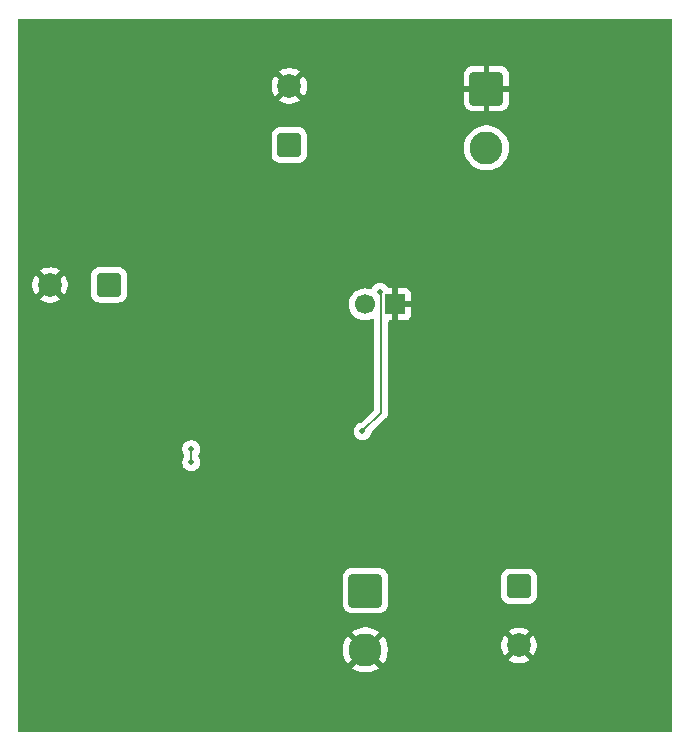
<source format=gbr>
%TF.GenerationSoftware,KiCad,Pcbnew,9.0.6*%
%TF.CreationDate,2026-01-24T10:26:07+01:00*%
%TF.ProjectId,Protection,50726f74-6563-4746-996f-6e2e6b696361,rev?*%
%TF.SameCoordinates,Original*%
%TF.FileFunction,Copper,L4,Bot*%
%TF.FilePolarity,Positive*%
%FSLAX46Y46*%
G04 Gerber Fmt 4.6, Leading zero omitted, Abs format (unit mm)*
G04 Created by KiCad (PCBNEW 9.0.6) date 2026-01-24 10:26:07*
%MOMM*%
%LPD*%
G01*
G04 APERTURE LIST*
G04 Aperture macros list*
%AMRoundRect*
0 Rectangle with rounded corners*
0 $1 Rounding radius*
0 $2 $3 $4 $5 $6 $7 $8 $9 X,Y pos of 4 corners*
0 Add a 4 corners polygon primitive as box body*
4,1,4,$2,$3,$4,$5,$6,$7,$8,$9,$2,$3,0*
0 Add four circle primitives for the rounded corners*
1,1,$1+$1,$2,$3*
1,1,$1+$1,$4,$5*
1,1,$1+$1,$6,$7*
1,1,$1+$1,$8,$9*
0 Add four rect primitives between the rounded corners*
20,1,$1+$1,$2,$3,$4,$5,0*
20,1,$1+$1,$4,$5,$6,$7,0*
20,1,$1+$1,$6,$7,$8,$9,0*
20,1,$1+$1,$8,$9,$2,$3,0*%
G04 Aperture macros list end*
%TA.AperFunction,ComponentPad*%
%ADD10RoundRect,0.250000X-0.750000X0.750000X-0.750000X-0.750000X0.750000X-0.750000X0.750000X0.750000X0*%
%TD*%
%TA.AperFunction,ComponentPad*%
%ADD11C,2.000000*%
%TD*%
%TA.AperFunction,ComponentPad*%
%ADD12RoundRect,0.250000X0.750000X0.750000X-0.750000X0.750000X-0.750000X-0.750000X0.750000X-0.750000X0*%
%TD*%
%TA.AperFunction,ComponentPad*%
%ADD13RoundRect,0.250001X-1.149999X1.149999X-1.149999X-1.149999X1.149999X-1.149999X1.149999X1.149999X0*%
%TD*%
%TA.AperFunction,ComponentPad*%
%ADD14C,2.800000*%
%TD*%
%TA.AperFunction,ComponentPad*%
%ADD15RoundRect,0.250000X0.750000X-0.750000X0.750000X0.750000X-0.750000X0.750000X-0.750000X-0.750000X0*%
%TD*%
%TA.AperFunction,ComponentPad*%
%ADD16R,1.700000X1.700000*%
%TD*%
%TA.AperFunction,ComponentPad*%
%ADD17C,1.700000*%
%TD*%
%TA.AperFunction,ViaPad*%
%ADD18C,0.800000*%
%TD*%
%TA.AperFunction,ViaPad*%
%ADD19C,0.500000*%
%TD*%
%TA.AperFunction,Conductor*%
%ADD20C,0.200000*%
%TD*%
G04 APERTURE END LIST*
D10*
%TO.P,C7,1*%
%TO.N,/OUT*%
X121750000Y-101382323D03*
D11*
%TO.P,C7,2*%
%TO.N,GND*%
X121750000Y-106382323D03*
%TD*%
D12*
%TO.P,C4,1*%
%TO.N,/VIN*%
X87040000Y-75850000D03*
D11*
%TO.P,C4,2*%
%TO.N,GND*%
X82040000Y-75850000D03*
%TD*%
D13*
%TO.P,J1,1,Pin_1*%
%TO.N,GND*%
X119000000Y-59250000D03*
D14*
%TO.P,J1,2,Pin_2*%
%TO.N,/VIN_74700*%
X119000000Y-64250000D03*
%TD*%
D15*
%TO.P,C1,1*%
%TO.N,/VIN_74700*%
X102300000Y-64000000D03*
D11*
%TO.P,C1,2*%
%TO.N,GND*%
X102300000Y-59000000D03*
%TD*%
D13*
%TO.P,J3,1,Pin_1*%
%TO.N,/OUT*%
X108750000Y-101750000D03*
D14*
%TO.P,J3,2,Pin_2*%
%TO.N,GND*%
X108750000Y-106750000D03*
%TD*%
D16*
%TO.P,J2,1,Pin_1*%
%TO.N,GND*%
X111240000Y-77500000D03*
D17*
%TO.P,J2,2,Pin_2*%
%TO.N,Net-(J2-Pin_2)*%
X108700000Y-77500000D03*
%TD*%
D18*
%TO.N,GND*%
X82000000Y-74000000D03*
X87000000Y-59000000D03*
X113500000Y-77750000D03*
X126000000Y-74000000D03*
X124000000Y-60000000D03*
X130000000Y-68000000D03*
X83000000Y-98000000D03*
X122000000Y-78000000D03*
X85000000Y-59000000D03*
X81000000Y-55000000D03*
X130000000Y-62000000D03*
X83000000Y-100000000D03*
X134000000Y-64000000D03*
X95000000Y-106000000D03*
X126000000Y-62000000D03*
X101000000Y-96000000D03*
X91000000Y-102000000D03*
X128000000Y-72000000D03*
X93000000Y-106000000D03*
X83000000Y-96000000D03*
X89000000Y-57000000D03*
X81000000Y-61000000D03*
X120000000Y-72000000D03*
X103000000Y-110000000D03*
X83000000Y-94000000D03*
X83000000Y-59000000D03*
X121317500Y-59440000D03*
X126000000Y-56000000D03*
X113500000Y-78750000D03*
X114000000Y-74000000D03*
X83000000Y-63000000D03*
X126000000Y-76000000D03*
D19*
X101700000Y-90100000D03*
D18*
X102250000Y-56250000D03*
X101000000Y-108000000D03*
X87000000Y-102000000D03*
X83000000Y-57000000D03*
X124000000Y-78000000D03*
X132000000Y-68000000D03*
X108000000Y-72000000D03*
X97000000Y-112000000D03*
X114000000Y-70000000D03*
X120750000Y-108250000D03*
X110000000Y-72000000D03*
X85000000Y-102000000D03*
X118000000Y-74000000D03*
X126000000Y-64000000D03*
X97000000Y-102000000D03*
X128000000Y-70000000D03*
X116000000Y-70000000D03*
X93000000Y-104000000D03*
X124000000Y-64000000D03*
X134000000Y-62000000D03*
X97000000Y-104000000D03*
X83000000Y-92000000D03*
X87000000Y-98000000D03*
X81000000Y-59000000D03*
X95000000Y-102000000D03*
X89000000Y-59000000D03*
D19*
X101700000Y-89100000D03*
D18*
X99000000Y-102000000D03*
X132000000Y-110000000D03*
X130000000Y-70000000D03*
X91000000Y-98000000D03*
X126000000Y-72000000D03*
D19*
X88500000Y-93500000D03*
D18*
X81250000Y-86500000D03*
X121317500Y-60440000D03*
X122000000Y-70000000D03*
X93000000Y-102000000D03*
X81250000Y-84500000D03*
X128000000Y-66000000D03*
X93000000Y-96000000D03*
X128000000Y-76000000D03*
X110500000Y-57750000D03*
X101000000Y-110000000D03*
X122000000Y-72000000D03*
X99000000Y-110000000D03*
X131000000Y-110000000D03*
X134000000Y-58000000D03*
X85000000Y-94000000D03*
X120000000Y-76000000D03*
X111500000Y-57750000D03*
X97000000Y-96000000D03*
X126000000Y-66000000D03*
D19*
X105000000Y-94500000D03*
D18*
X126000000Y-70000000D03*
X85000000Y-100000000D03*
X128000000Y-68000000D03*
X103000000Y-100000000D03*
X95000000Y-100000000D03*
X89000000Y-98000000D03*
D19*
X92300000Y-62900000D03*
D18*
X85000000Y-61000000D03*
X97000000Y-110000000D03*
D19*
X108250000Y-84250000D03*
D18*
X81000000Y-98000000D03*
X124000000Y-74000000D03*
X103000000Y-108000000D03*
X112000000Y-70000000D03*
X134000000Y-76000000D03*
X128000000Y-64000000D03*
X122000000Y-74000000D03*
X97000000Y-106000000D03*
X128000000Y-60000000D03*
D19*
X83460000Y-82150000D03*
D18*
X110000000Y-74000000D03*
X126000000Y-60000000D03*
X112000000Y-74000000D03*
X85000000Y-96000000D03*
X83000000Y-74000000D03*
X132000000Y-76000000D03*
X116000000Y-78000000D03*
X89000000Y-63000000D03*
X134000000Y-70000000D03*
X130000000Y-72000000D03*
X85000000Y-92000000D03*
X83000000Y-61000000D03*
X116000000Y-72000000D03*
X103000000Y-106000000D03*
X93000000Y-108000000D03*
X130000000Y-64000000D03*
X83000000Y-90000000D03*
X99000000Y-100000000D03*
X101000000Y-104000000D03*
X97000000Y-100000000D03*
D19*
X91750000Y-57250000D03*
D18*
X87000000Y-100000000D03*
X87000000Y-57000000D03*
D19*
X101700000Y-91000000D03*
D18*
X120000000Y-70000000D03*
X124000000Y-76000000D03*
X134000000Y-56000000D03*
D19*
X93000000Y-62900000D03*
D18*
X83000000Y-102000000D03*
X81000000Y-96000000D03*
X122750000Y-108250000D03*
X112000000Y-72000000D03*
X120000000Y-78000000D03*
X101250000Y-56250000D03*
X132000000Y-74000000D03*
X81000000Y-100000000D03*
X101000000Y-98000000D03*
X99000000Y-98000000D03*
X118000000Y-72000000D03*
X118000000Y-78000000D03*
X132000000Y-78000000D03*
X95000000Y-96000000D03*
X85000000Y-57000000D03*
X124000000Y-68000000D03*
X111250000Y-106750000D03*
D19*
X99250000Y-91500000D03*
D18*
X97000000Y-98000000D03*
X87000000Y-92000000D03*
X114000000Y-72000000D03*
X126000000Y-58000000D03*
X130000000Y-66000000D03*
X93000000Y-100000000D03*
X132000000Y-60000000D03*
X132000000Y-64000000D03*
X108000000Y-74000000D03*
X113500000Y-76750000D03*
X116000000Y-74000000D03*
X132000000Y-66000000D03*
X85000000Y-98000000D03*
X116000000Y-76000000D03*
X95000000Y-112000000D03*
X87000000Y-94000000D03*
X124000000Y-62000000D03*
X83000000Y-55000000D03*
X89000000Y-100000000D03*
X95000000Y-110000000D03*
X132000000Y-56000000D03*
X130000000Y-78000000D03*
X81000000Y-102000000D03*
X87000000Y-96000000D03*
D19*
X93500000Y-60500000D03*
D18*
X101000000Y-102000000D03*
X118000000Y-76000000D03*
X99000000Y-112000000D03*
X110000000Y-70000000D03*
X87000000Y-63000000D03*
D19*
X100700000Y-89100000D03*
D18*
X134000000Y-72000000D03*
X111250000Y-107750000D03*
X121317500Y-58440000D03*
X124000000Y-56000000D03*
X87000000Y-55000000D03*
X108000000Y-70000000D03*
X89000000Y-96000000D03*
X128000000Y-56000000D03*
X128000000Y-62000000D03*
D19*
X97250000Y-94500000D03*
D18*
X126000000Y-78000000D03*
X103000000Y-112000000D03*
X93000000Y-98000000D03*
X93000000Y-112000000D03*
D19*
X115000000Y-105500000D03*
D18*
X134000000Y-78000000D03*
X99000000Y-108000000D03*
X85000000Y-90000000D03*
D19*
X105000000Y-82250000D03*
D18*
X132000000Y-62000000D03*
X124000000Y-58000000D03*
X130000000Y-56000000D03*
X89000000Y-102000000D03*
D19*
X107000000Y-92000000D03*
D18*
X134000000Y-60000000D03*
X89000000Y-61000000D03*
X134000000Y-66000000D03*
X91000000Y-100000000D03*
X111250000Y-105750000D03*
X99000000Y-106000000D03*
X130000000Y-110000000D03*
X130000000Y-60000000D03*
X103250000Y-56250000D03*
X124000000Y-66000000D03*
X103000000Y-98000000D03*
X130000000Y-58000000D03*
X95000000Y-104000000D03*
X128000000Y-74000000D03*
X85000000Y-63000000D03*
X126000000Y-68000000D03*
X132000000Y-72000000D03*
X118000000Y-70000000D03*
X103000000Y-104000000D03*
X91000000Y-96000000D03*
X132000000Y-70000000D03*
X101000000Y-112000000D03*
X87000000Y-90000000D03*
X81000000Y-63000000D03*
X93000000Y-110000000D03*
X95000000Y-98000000D03*
X130000000Y-74000000D03*
X124000000Y-72000000D03*
X112500000Y-57750000D03*
D19*
X101750000Y-81500000D03*
D18*
X99000000Y-96000000D03*
X81000000Y-74000000D03*
X85000000Y-55000000D03*
X81000000Y-92000000D03*
X101000000Y-106000000D03*
X89000000Y-55000000D03*
X122000000Y-76000000D03*
X120000000Y-74000000D03*
X124000000Y-70000000D03*
X81000000Y-57000000D03*
X95000000Y-108000000D03*
X132000000Y-58000000D03*
X128000000Y-78000000D03*
D19*
X100700000Y-90100000D03*
D18*
X121750000Y-108250000D03*
X101000000Y-100000000D03*
X128000000Y-58000000D03*
X81250000Y-85500000D03*
X134000000Y-68000000D03*
X99000000Y-104000000D03*
X103000000Y-102000000D03*
X87000000Y-61000000D03*
X81000000Y-94000000D03*
D19*
X100700000Y-91000000D03*
D18*
X81000000Y-90000000D03*
X97000000Y-108000000D03*
X134000000Y-74000000D03*
X130000000Y-76000000D03*
D19*
%TO.N,Net-(J2-Pin_2)*%
X109987239Y-76449288D03*
X108500000Y-88250000D03*
%TO.N,Net-(R5-Pad2)*%
X94000000Y-90876000D03*
X94000000Y-89750000D03*
%TD*%
D20*
%TO.N,Net-(J2-Pin_2)*%
X110089000Y-76551049D02*
X110089000Y-86661000D01*
X109987239Y-76449288D02*
X110089000Y-76551049D01*
X110089000Y-86661000D02*
X108500000Y-88250000D01*
%TO.N,Net-(R5-Pad2)*%
X94000000Y-90876000D02*
X94000000Y-89750000D01*
%TD*%
%TA.AperFunction,Conductor*%
%TO.N,GND*%
G36*
X134642539Y-53320185D02*
G01*
X134688294Y-53372989D01*
X134699500Y-53424500D01*
X134699500Y-113575500D01*
X134679815Y-113642539D01*
X134627011Y-113688294D01*
X134575500Y-113699500D01*
X79424500Y-113699500D01*
X79357461Y-113679815D01*
X79311706Y-113627011D01*
X79300500Y-113575500D01*
X79300500Y-106625466D01*
X106850000Y-106625466D01*
X106850000Y-106874533D01*
X106882508Y-107121463D01*
X106946973Y-107362049D01*
X107042283Y-107592148D01*
X107042288Y-107592159D01*
X107166813Y-107807841D01*
X107166819Y-107807849D01*
X107241400Y-107905045D01*
X108148958Y-106997487D01*
X108173978Y-107057890D01*
X108245112Y-107164351D01*
X108335649Y-107254888D01*
X108442110Y-107326022D01*
X108502511Y-107351041D01*
X107594953Y-108258598D01*
X107692150Y-108333180D01*
X107692158Y-108333186D01*
X107907840Y-108457711D01*
X107907851Y-108457716D01*
X108137950Y-108553026D01*
X108378536Y-108617491D01*
X108625466Y-108650000D01*
X108874534Y-108650000D01*
X109121463Y-108617491D01*
X109362049Y-108553026D01*
X109592148Y-108457716D01*
X109592159Y-108457711D01*
X109807855Y-108333178D01*
X109905045Y-108258600D01*
X109905045Y-108258597D01*
X108997488Y-107351041D01*
X109057890Y-107326022D01*
X109164351Y-107254888D01*
X109254888Y-107164351D01*
X109326022Y-107057890D01*
X109351041Y-106997489D01*
X110258597Y-107905045D01*
X110258600Y-107905045D01*
X110333178Y-107807855D01*
X110457711Y-107592159D01*
X110457719Y-107592143D01*
X110491632Y-107510270D01*
X110491632Y-107510269D01*
X110553026Y-107362049D01*
X110617491Y-107121463D01*
X110650000Y-106874533D01*
X110650000Y-106625466D01*
X110617491Y-106378534D01*
X110594168Y-106291491D01*
X110586874Y-106264270D01*
X120250000Y-106264270D01*
X120250000Y-106500375D01*
X120286934Y-106733570D01*
X120359897Y-106958125D01*
X120467087Y-107168497D01*
X120527338Y-107251427D01*
X120527340Y-107251428D01*
X121267037Y-106511731D01*
X121284075Y-106575316D01*
X121349901Y-106689330D01*
X121442993Y-106782422D01*
X121557007Y-106848248D01*
X121620590Y-106865285D01*
X120880893Y-107604981D01*
X120963828Y-107665237D01*
X121174197Y-107772425D01*
X121398752Y-107845388D01*
X121398751Y-107845388D01*
X121631948Y-107882323D01*
X121868052Y-107882323D01*
X122101247Y-107845388D01*
X122325802Y-107772425D01*
X122536163Y-107665241D01*
X122536169Y-107665237D01*
X122619104Y-107604981D01*
X122619105Y-107604981D01*
X121879408Y-106865285D01*
X121942993Y-106848248D01*
X122057007Y-106782422D01*
X122150099Y-106689330D01*
X122215925Y-106575316D01*
X122232962Y-106511731D01*
X122972658Y-107251428D01*
X122972658Y-107251427D01*
X123032914Y-107168492D01*
X123032918Y-107168486D01*
X123140102Y-106958125D01*
X123213065Y-106733570D01*
X123250000Y-106500375D01*
X123250000Y-106264270D01*
X123213065Y-106031075D01*
X123140102Y-105806520D01*
X123032914Y-105596151D01*
X122972658Y-105513217D01*
X122972658Y-105513216D01*
X122232962Y-106252913D01*
X122215925Y-106189330D01*
X122150099Y-106075316D01*
X122057007Y-105982224D01*
X121942993Y-105916398D01*
X121879409Y-105899360D01*
X122619105Y-105159663D01*
X122619104Y-105159661D01*
X122536174Y-105099410D01*
X122325802Y-104992220D01*
X122101247Y-104919257D01*
X122101248Y-104919257D01*
X121868052Y-104882323D01*
X121631948Y-104882323D01*
X121398752Y-104919257D01*
X121174197Y-104992220D01*
X120963830Y-105099407D01*
X120880894Y-105159663D01*
X121620591Y-105899360D01*
X121557007Y-105916398D01*
X121442993Y-105982224D01*
X121349901Y-106075316D01*
X121284075Y-106189330D01*
X121267037Y-106252914D01*
X120527340Y-105513217D01*
X120467084Y-105596153D01*
X120359897Y-105806520D01*
X120286934Y-106031075D01*
X120250000Y-106264270D01*
X110586874Y-106264270D01*
X110553026Y-106137950D01*
X110457716Y-105907851D01*
X110457711Y-105907840D01*
X110333186Y-105692158D01*
X110333180Y-105692150D01*
X110258598Y-105594953D01*
X109351041Y-106502510D01*
X109326022Y-106442110D01*
X109254888Y-106335649D01*
X109164351Y-106245112D01*
X109057890Y-106173978D01*
X108997487Y-106148957D01*
X109905045Y-105241400D01*
X109807849Y-105166819D01*
X109807841Y-105166813D01*
X109592159Y-105042288D01*
X109592148Y-105042283D01*
X109362049Y-104946973D01*
X109121463Y-104882508D01*
X108874534Y-104850000D01*
X108625466Y-104850000D01*
X108378536Y-104882508D01*
X108137950Y-104946973D01*
X107907851Y-105042283D01*
X107907847Y-105042285D01*
X107692143Y-105166823D01*
X107594953Y-105241399D01*
X107594953Y-105241400D01*
X108502511Y-106148958D01*
X108442110Y-106173978D01*
X108335649Y-106245112D01*
X108245112Y-106335649D01*
X108173978Y-106442110D01*
X108148958Y-106502511D01*
X107241400Y-105594953D01*
X107241399Y-105594953D01*
X107166823Y-105692143D01*
X107042285Y-105907847D01*
X107042283Y-105907851D01*
X106946973Y-106137950D01*
X106882508Y-106378536D01*
X106850000Y-106625466D01*
X79300500Y-106625466D01*
X79300500Y-100549984D01*
X106849500Y-100549984D01*
X106849500Y-102950015D01*
X106860000Y-103052795D01*
X106860001Y-103052796D01*
X106915186Y-103219335D01*
X106915187Y-103219337D01*
X107007286Y-103368651D01*
X107007289Y-103368655D01*
X107131344Y-103492710D01*
X107131348Y-103492713D01*
X107280662Y-103584812D01*
X107280664Y-103584813D01*
X107280666Y-103584814D01*
X107447203Y-103639999D01*
X107549992Y-103650500D01*
X107549997Y-103650500D01*
X109950003Y-103650500D01*
X109950008Y-103650500D01*
X110052797Y-103639999D01*
X110219334Y-103584814D01*
X110368655Y-103492711D01*
X110492711Y-103368655D01*
X110584814Y-103219334D01*
X110639999Y-103052797D01*
X110650500Y-102950008D01*
X110650500Y-100582306D01*
X120249500Y-100582306D01*
X120249500Y-102182324D01*
X120249501Y-102182341D01*
X120260000Y-102285119D01*
X120260001Y-102285122D01*
X120315185Y-102451654D01*
X120315186Y-102451657D01*
X120407288Y-102600979D01*
X120531344Y-102725035D01*
X120680666Y-102817137D01*
X120847203Y-102872322D01*
X120949991Y-102882823D01*
X122550008Y-102882822D01*
X122652797Y-102872322D01*
X122819334Y-102817137D01*
X122968656Y-102725035D01*
X123092712Y-102600979D01*
X123184814Y-102451657D01*
X123239999Y-102285120D01*
X123250500Y-102182332D01*
X123250499Y-100582315D01*
X123239999Y-100479526D01*
X123184814Y-100312989D01*
X123092712Y-100163667D01*
X122968656Y-100039611D01*
X122819334Y-99947509D01*
X122652797Y-99892324D01*
X122652795Y-99892323D01*
X122550010Y-99881823D01*
X120949998Y-99881823D01*
X120949981Y-99881824D01*
X120847203Y-99892323D01*
X120847200Y-99892324D01*
X120680668Y-99947508D01*
X120680663Y-99947510D01*
X120531342Y-100039612D01*
X120407289Y-100163665D01*
X120315187Y-100312986D01*
X120315186Y-100312989D01*
X120260001Y-100479526D01*
X120260001Y-100479527D01*
X120260000Y-100479527D01*
X120249500Y-100582306D01*
X110650500Y-100582306D01*
X110650500Y-100549992D01*
X110639999Y-100447203D01*
X110584814Y-100280666D01*
X110512646Y-100163665D01*
X110492713Y-100131348D01*
X110492710Y-100131344D01*
X110368655Y-100007289D01*
X110368651Y-100007286D01*
X110219337Y-99915187D01*
X110219335Y-99915186D01*
X110118651Y-99881823D01*
X110052797Y-99860001D01*
X110052795Y-99860000D01*
X109950015Y-99849500D01*
X109950008Y-99849500D01*
X107549992Y-99849500D01*
X107549984Y-99849500D01*
X107447204Y-99860000D01*
X107447203Y-99860001D01*
X107280664Y-99915186D01*
X107280662Y-99915187D01*
X107131348Y-100007286D01*
X107131344Y-100007289D01*
X107007289Y-100131344D01*
X107007286Y-100131348D01*
X106915187Y-100280662D01*
X106915186Y-100280664D01*
X106860001Y-100447203D01*
X106860000Y-100447204D01*
X106849500Y-100549984D01*
X79300500Y-100549984D01*
X79300500Y-89823920D01*
X93249499Y-89823920D01*
X93278340Y-89968907D01*
X93278343Y-89968917D01*
X93334912Y-90105488D01*
X93334919Y-90105501D01*
X93378602Y-90170876D01*
X93384252Y-90188922D01*
X93394477Y-90204832D01*
X93398928Y-90235791D01*
X93399480Y-90237553D01*
X93399500Y-90239767D01*
X93399500Y-90386232D01*
X93379815Y-90453271D01*
X93378603Y-90455122D01*
X93334914Y-90520508D01*
X93278343Y-90657082D01*
X93278340Y-90657092D01*
X93249500Y-90802079D01*
X93249500Y-90802082D01*
X93249500Y-90949918D01*
X93249500Y-90949920D01*
X93249499Y-90949920D01*
X93278340Y-91094907D01*
X93278343Y-91094917D01*
X93334912Y-91231488D01*
X93334919Y-91231501D01*
X93417048Y-91354415D01*
X93417051Y-91354419D01*
X93521580Y-91458948D01*
X93521584Y-91458951D01*
X93644498Y-91541080D01*
X93644511Y-91541087D01*
X93781082Y-91597656D01*
X93781087Y-91597658D01*
X93781091Y-91597658D01*
X93781092Y-91597659D01*
X93926079Y-91626500D01*
X93926082Y-91626500D01*
X94073920Y-91626500D01*
X94171462Y-91607096D01*
X94218913Y-91597658D01*
X94355495Y-91541084D01*
X94478416Y-91458951D01*
X94582951Y-91354416D01*
X94665084Y-91231495D01*
X94721658Y-91094913D01*
X94750500Y-90949918D01*
X94750500Y-90802082D01*
X94750500Y-90802079D01*
X94721659Y-90657092D01*
X94721658Y-90657091D01*
X94721658Y-90657087D01*
X94665084Y-90520505D01*
X94621396Y-90455121D01*
X94615746Y-90437075D01*
X94605523Y-90421167D01*
X94601071Y-90390204D01*
X94600520Y-90388444D01*
X94600500Y-90386232D01*
X94600500Y-90239767D01*
X94620185Y-90172728D01*
X94621398Y-90170876D01*
X94665080Y-90105501D01*
X94665080Y-90105500D01*
X94665084Y-90105495D01*
X94721658Y-89968913D01*
X94750500Y-89823918D01*
X94750500Y-89676082D01*
X94750500Y-89676079D01*
X94721659Y-89531092D01*
X94721658Y-89531091D01*
X94721658Y-89531087D01*
X94721656Y-89531082D01*
X94665087Y-89394511D01*
X94665080Y-89394498D01*
X94582951Y-89271584D01*
X94582948Y-89271580D01*
X94478419Y-89167051D01*
X94478415Y-89167048D01*
X94355501Y-89084919D01*
X94355488Y-89084912D01*
X94218917Y-89028343D01*
X94218907Y-89028340D01*
X94073920Y-88999500D01*
X94073918Y-88999500D01*
X93926082Y-88999500D01*
X93926080Y-88999500D01*
X93781092Y-89028340D01*
X93781082Y-89028343D01*
X93644511Y-89084912D01*
X93644498Y-89084919D01*
X93521584Y-89167048D01*
X93521580Y-89167051D01*
X93417051Y-89271580D01*
X93417048Y-89271584D01*
X93334919Y-89394498D01*
X93334912Y-89394511D01*
X93278343Y-89531082D01*
X93278340Y-89531092D01*
X93249500Y-89676079D01*
X93249500Y-89676082D01*
X93249500Y-89823918D01*
X93249500Y-89823920D01*
X93249499Y-89823920D01*
X79300500Y-89823920D01*
X79300500Y-77393713D01*
X107349500Y-77393713D01*
X107349500Y-77606286D01*
X107382753Y-77816239D01*
X107448444Y-78018414D01*
X107544951Y-78207820D01*
X107669890Y-78379786D01*
X107820213Y-78530109D01*
X107992179Y-78655048D01*
X107992181Y-78655049D01*
X107992184Y-78655051D01*
X108181588Y-78751557D01*
X108383757Y-78817246D01*
X108593713Y-78850500D01*
X108593714Y-78850500D01*
X108806286Y-78850500D01*
X108806287Y-78850500D01*
X109016243Y-78817246D01*
X109218412Y-78751557D01*
X109308205Y-78705804D01*
X109376874Y-78692909D01*
X109441615Y-78719185D01*
X109481872Y-78776291D01*
X109488500Y-78816290D01*
X109488500Y-86360902D01*
X109468815Y-86427941D01*
X109452181Y-86448583D01*
X108421699Y-87479064D01*
X108360376Y-87512549D01*
X108358210Y-87513000D01*
X108281092Y-87528340D01*
X108281084Y-87528342D01*
X108144511Y-87584912D01*
X108144498Y-87584919D01*
X108021584Y-87667048D01*
X108021580Y-87667051D01*
X107917051Y-87771580D01*
X107917048Y-87771584D01*
X107834919Y-87894498D01*
X107834912Y-87894511D01*
X107778343Y-88031082D01*
X107778340Y-88031092D01*
X107749500Y-88176079D01*
X107749500Y-88176082D01*
X107749500Y-88323918D01*
X107749500Y-88323920D01*
X107749499Y-88323920D01*
X107778340Y-88468907D01*
X107778343Y-88468917D01*
X107834912Y-88605488D01*
X107834919Y-88605501D01*
X107917048Y-88728415D01*
X107917051Y-88728419D01*
X108021580Y-88832948D01*
X108021584Y-88832951D01*
X108144498Y-88915080D01*
X108144511Y-88915087D01*
X108281082Y-88971656D01*
X108281087Y-88971658D01*
X108281091Y-88971658D01*
X108281092Y-88971659D01*
X108426079Y-89000500D01*
X108426082Y-89000500D01*
X108573920Y-89000500D01*
X108671462Y-88981096D01*
X108718913Y-88971658D01*
X108855495Y-88915084D01*
X108978416Y-88832951D01*
X109082951Y-88728416D01*
X109165084Y-88605495D01*
X109221658Y-88468913D01*
X109236999Y-88391786D01*
X109269381Y-88329879D01*
X109270876Y-88328357D01*
X110447506Y-87151728D01*
X110447511Y-87151724D01*
X110457714Y-87141520D01*
X110457716Y-87141520D01*
X110569520Y-87029716D01*
X110648577Y-86892784D01*
X110689500Y-86740057D01*
X110689500Y-78974000D01*
X110709185Y-78906961D01*
X110761989Y-78861206D01*
X110813500Y-78850000D01*
X110990000Y-78850000D01*
X110990000Y-77933012D01*
X111047007Y-77965925D01*
X111174174Y-78000000D01*
X111305826Y-78000000D01*
X111432993Y-77965925D01*
X111490000Y-77933012D01*
X111490000Y-78850000D01*
X112137828Y-78850000D01*
X112137844Y-78849999D01*
X112197372Y-78843598D01*
X112197379Y-78843596D01*
X112332086Y-78793354D01*
X112332093Y-78793350D01*
X112447187Y-78707190D01*
X112447190Y-78707187D01*
X112533350Y-78592093D01*
X112533354Y-78592086D01*
X112583596Y-78457379D01*
X112583598Y-78457372D01*
X112589999Y-78397844D01*
X112590000Y-78397827D01*
X112590000Y-77750000D01*
X111673012Y-77750000D01*
X111705925Y-77692993D01*
X111740000Y-77565826D01*
X111740000Y-77434174D01*
X111705925Y-77307007D01*
X111673012Y-77250000D01*
X112590000Y-77250000D01*
X112590000Y-76602172D01*
X112589999Y-76602155D01*
X112583598Y-76542627D01*
X112583596Y-76542620D01*
X112533354Y-76407913D01*
X112533350Y-76407906D01*
X112447190Y-76292812D01*
X112447187Y-76292809D01*
X112332093Y-76206649D01*
X112332086Y-76206645D01*
X112197379Y-76156403D01*
X112197372Y-76156401D01*
X112137844Y-76150000D01*
X111490000Y-76150000D01*
X111490000Y-77066988D01*
X111432993Y-77034075D01*
X111305826Y-77000000D01*
X111174174Y-77000000D01*
X111047007Y-77034075D01*
X110990000Y-77066988D01*
X110990000Y-76150000D01*
X110756159Y-76150000D01*
X110689120Y-76130315D01*
X110653057Y-76094891D01*
X110570190Y-75970871D01*
X110465658Y-75866339D01*
X110465654Y-75866336D01*
X110342740Y-75784207D01*
X110342727Y-75784200D01*
X110206156Y-75727631D01*
X110206146Y-75727628D01*
X110061159Y-75698788D01*
X110061157Y-75698788D01*
X109913321Y-75698788D01*
X109913319Y-75698788D01*
X109768331Y-75727628D01*
X109768321Y-75727631D01*
X109631750Y-75784200D01*
X109631737Y-75784207D01*
X109508823Y-75866336D01*
X109508819Y-75866339D01*
X109404290Y-75970868D01*
X109404287Y-75970872D01*
X109322158Y-76093786D01*
X109322150Y-76093801D01*
X109297252Y-76153910D01*
X109253411Y-76208313D01*
X109187116Y-76230377D01*
X109144376Y-76224387D01*
X109016243Y-76182754D01*
X109016241Y-76182753D01*
X109016240Y-76182753D01*
X108853684Y-76157007D01*
X108806287Y-76149500D01*
X108593713Y-76149500D01*
X108546316Y-76157007D01*
X108383760Y-76182753D01*
X108181585Y-76248444D01*
X107992179Y-76344951D01*
X107820213Y-76469890D01*
X107669890Y-76620213D01*
X107544951Y-76792179D01*
X107448444Y-76981585D01*
X107382753Y-77183760D01*
X107349500Y-77393713D01*
X79300500Y-77393713D01*
X79300500Y-75731947D01*
X80540000Y-75731947D01*
X80540000Y-75968052D01*
X80576934Y-76201247D01*
X80649897Y-76425802D01*
X80757087Y-76636174D01*
X80817338Y-76719104D01*
X80817340Y-76719105D01*
X81557037Y-75979408D01*
X81574075Y-76042993D01*
X81639901Y-76157007D01*
X81732993Y-76250099D01*
X81847007Y-76315925D01*
X81910590Y-76332962D01*
X81170893Y-77072658D01*
X81253828Y-77132914D01*
X81464197Y-77240102D01*
X81688752Y-77313065D01*
X81688751Y-77313065D01*
X81921948Y-77350000D01*
X82158052Y-77350000D01*
X82391247Y-77313065D01*
X82615802Y-77240102D01*
X82826163Y-77132918D01*
X82826169Y-77132914D01*
X82909104Y-77072658D01*
X82909105Y-77072658D01*
X82169408Y-76332962D01*
X82232993Y-76315925D01*
X82347007Y-76250099D01*
X82440099Y-76157007D01*
X82505925Y-76042993D01*
X82522962Y-75979408D01*
X83262658Y-76719105D01*
X83262658Y-76719104D01*
X83322914Y-76636169D01*
X83322918Y-76636163D01*
X83430102Y-76425802D01*
X83503065Y-76201247D01*
X83540000Y-75968052D01*
X83540000Y-75731947D01*
X83503065Y-75498752D01*
X83430102Y-75274197D01*
X83342939Y-75103129D01*
X83342938Y-75103127D01*
X83322916Y-75063830D01*
X83312855Y-75049983D01*
X85539500Y-75049983D01*
X85539500Y-76650001D01*
X85539501Y-76650018D01*
X85550000Y-76752796D01*
X85550001Y-76752799D01*
X85605185Y-76919331D01*
X85605186Y-76919334D01*
X85697288Y-77068656D01*
X85821344Y-77192712D01*
X85970666Y-77284814D01*
X86137203Y-77339999D01*
X86239991Y-77350500D01*
X87840008Y-77350499D01*
X87942797Y-77339999D01*
X88109334Y-77284814D01*
X88110779Y-77283922D01*
X88111781Y-77283305D01*
X88111785Y-77283302D01*
X88258656Y-77192712D01*
X88382712Y-77068656D01*
X88474814Y-76919334D01*
X88529999Y-76752797D01*
X88540500Y-76650009D01*
X88540499Y-75049992D01*
X88533440Y-74980893D01*
X88529999Y-74947203D01*
X88529998Y-74947200D01*
X88474814Y-74780666D01*
X88382712Y-74631344D01*
X88258656Y-74507288D01*
X88109334Y-74415186D01*
X87942797Y-74360001D01*
X87942795Y-74360000D01*
X87840010Y-74349500D01*
X86239998Y-74349500D01*
X86239981Y-74349501D01*
X86137203Y-74360000D01*
X86137200Y-74360001D01*
X85970668Y-74415185D01*
X85970663Y-74415187D01*
X85821342Y-74507289D01*
X85697289Y-74631342D01*
X85605187Y-74780663D01*
X85605186Y-74780666D01*
X85550001Y-74947203D01*
X85550001Y-74947204D01*
X85550000Y-74947204D01*
X85539500Y-75049983D01*
X83312855Y-75049983D01*
X83262658Y-74980894D01*
X83262658Y-74980893D01*
X82522962Y-75720590D01*
X82505925Y-75657007D01*
X82440099Y-75542993D01*
X82347007Y-75449901D01*
X82232993Y-75384075D01*
X82169409Y-75367037D01*
X82909105Y-74627340D01*
X82909104Y-74627338D01*
X82826174Y-74567087D01*
X82615802Y-74459897D01*
X82391247Y-74386934D01*
X82391248Y-74386934D01*
X82158052Y-74350000D01*
X81921948Y-74350000D01*
X81688752Y-74386934D01*
X81464197Y-74459897D01*
X81253830Y-74567084D01*
X81170894Y-74627340D01*
X81910591Y-75367037D01*
X81847007Y-75384075D01*
X81732993Y-75449901D01*
X81639901Y-75542993D01*
X81574075Y-75657007D01*
X81557037Y-75720591D01*
X80817340Y-74980894D01*
X80757084Y-75063830D01*
X80649897Y-75274197D01*
X80576934Y-75498752D01*
X80540000Y-75731947D01*
X79300500Y-75731947D01*
X79300500Y-63199983D01*
X100799500Y-63199983D01*
X100799500Y-64800001D01*
X100799501Y-64800018D01*
X100810000Y-64902796D01*
X100810001Y-64902799D01*
X100865185Y-65069331D01*
X100865186Y-65069334D01*
X100957288Y-65218656D01*
X101081344Y-65342712D01*
X101230666Y-65434814D01*
X101397203Y-65489999D01*
X101499991Y-65500500D01*
X103100008Y-65500499D01*
X103202797Y-65489999D01*
X103369334Y-65434814D01*
X103518656Y-65342712D01*
X103642712Y-65218656D01*
X103734814Y-65069334D01*
X103789999Y-64902797D01*
X103800500Y-64800009D01*
X103800499Y-64125441D01*
X117099500Y-64125441D01*
X117099500Y-64374558D01*
X117099501Y-64374575D01*
X117132017Y-64621561D01*
X117196498Y-64862207D01*
X117291830Y-65092361D01*
X117291837Y-65092376D01*
X117416400Y-65308126D01*
X117568060Y-65505774D01*
X117568066Y-65505781D01*
X117744218Y-65681933D01*
X117744225Y-65681939D01*
X117941873Y-65833599D01*
X118157623Y-65958162D01*
X118157638Y-65958169D01*
X118256825Y-65999253D01*
X118387793Y-66053502D01*
X118628435Y-66117982D01*
X118875435Y-66150500D01*
X118875442Y-66150500D01*
X119124558Y-66150500D01*
X119124565Y-66150500D01*
X119371565Y-66117982D01*
X119612207Y-66053502D01*
X119842373Y-65958164D01*
X120058127Y-65833599D01*
X120255776Y-65681938D01*
X120431938Y-65505776D01*
X120583599Y-65308127D01*
X120708164Y-65092373D01*
X120803502Y-64862207D01*
X120867982Y-64621565D01*
X120900500Y-64374565D01*
X120900500Y-64125435D01*
X120867982Y-63878435D01*
X120803502Y-63637793D01*
X120708164Y-63407627D01*
X120583599Y-63191873D01*
X120431938Y-62994224D01*
X120431933Y-62994218D01*
X120255781Y-62818066D01*
X120255774Y-62818060D01*
X120058126Y-62666400D01*
X119842376Y-62541837D01*
X119842361Y-62541830D01*
X119612207Y-62446498D01*
X119371561Y-62382017D01*
X119124575Y-62349501D01*
X119124570Y-62349500D01*
X119124565Y-62349500D01*
X118875435Y-62349500D01*
X118875429Y-62349500D01*
X118875424Y-62349501D01*
X118628438Y-62382017D01*
X118387792Y-62446498D01*
X118157638Y-62541830D01*
X118157623Y-62541837D01*
X117941873Y-62666400D01*
X117744225Y-62818060D01*
X117744218Y-62818066D01*
X117568066Y-62994218D01*
X117568060Y-62994225D01*
X117416400Y-63191873D01*
X117291837Y-63407623D01*
X117291830Y-63407638D01*
X117196498Y-63637792D01*
X117132017Y-63878438D01*
X117099501Y-64125424D01*
X117099500Y-64125441D01*
X103800499Y-64125441D01*
X103800499Y-63878438D01*
X103800499Y-63199998D01*
X103800498Y-63199981D01*
X103789999Y-63097203D01*
X103789998Y-63097200D01*
X103755873Y-62994218D01*
X103734814Y-62930666D01*
X103642712Y-62781344D01*
X103518656Y-62657288D01*
X103369334Y-62565186D01*
X103202797Y-62510001D01*
X103202795Y-62510000D01*
X103100010Y-62499500D01*
X101499998Y-62499500D01*
X101499981Y-62499501D01*
X101397203Y-62510000D01*
X101397200Y-62510001D01*
X101230668Y-62565185D01*
X101230663Y-62565187D01*
X101081342Y-62657289D01*
X100957289Y-62781342D01*
X100865187Y-62930663D01*
X100865186Y-62930666D01*
X100810001Y-63097203D01*
X100810001Y-63097204D01*
X100810000Y-63097204D01*
X100799500Y-63199983D01*
X79300500Y-63199983D01*
X79300500Y-58881947D01*
X100800000Y-58881947D01*
X100800000Y-59118052D01*
X100836934Y-59351247D01*
X100909897Y-59575802D01*
X101017087Y-59786174D01*
X101077338Y-59869104D01*
X101077340Y-59869105D01*
X101817037Y-59129408D01*
X101834075Y-59192993D01*
X101899901Y-59307007D01*
X101992993Y-59400099D01*
X102107007Y-59465925D01*
X102170590Y-59482962D01*
X101430893Y-60222658D01*
X101513828Y-60282914D01*
X101724197Y-60390102D01*
X101948752Y-60463065D01*
X101948751Y-60463065D01*
X102181948Y-60500000D01*
X102418052Y-60500000D01*
X102651247Y-60463065D01*
X102875802Y-60390102D01*
X103086163Y-60282918D01*
X103086169Y-60282914D01*
X103169104Y-60222658D01*
X103169105Y-60222658D01*
X102429408Y-59482962D01*
X102492993Y-59465925D01*
X102607007Y-59400099D01*
X102700099Y-59307007D01*
X102765925Y-59192993D01*
X102782962Y-59129408D01*
X103522658Y-59869105D01*
X103522658Y-59869104D01*
X103582914Y-59786169D01*
X103582918Y-59786163D01*
X103690102Y-59575802D01*
X103743872Y-59410320D01*
X103763065Y-59351248D01*
X103800000Y-59118052D01*
X103800000Y-58881947D01*
X103763065Y-58648752D01*
X103690102Y-58424197D01*
X103582914Y-58213828D01*
X103522658Y-58130894D01*
X103522658Y-58130893D01*
X102782962Y-58870590D01*
X102765925Y-58807007D01*
X102700099Y-58692993D01*
X102607007Y-58599901D01*
X102492993Y-58534075D01*
X102429409Y-58517037D01*
X102896431Y-58050014D01*
X117100000Y-58050014D01*
X117100000Y-59000000D01*
X118399999Y-59000000D01*
X118374979Y-59060402D01*
X118350000Y-59185981D01*
X118350000Y-59314019D01*
X118374979Y-59439598D01*
X118399999Y-59500000D01*
X117100000Y-59500000D01*
X117100000Y-60449985D01*
X117110493Y-60552689D01*
X117110494Y-60552696D01*
X117165641Y-60719118D01*
X117165643Y-60719123D01*
X117257684Y-60868344D01*
X117381655Y-60992315D01*
X117530876Y-61084356D01*
X117530881Y-61084358D01*
X117697303Y-61139505D01*
X117697310Y-61139506D01*
X117800014Y-61149999D01*
X117800027Y-61150000D01*
X118750000Y-61150000D01*
X118750000Y-59850001D01*
X118810402Y-59875021D01*
X118935981Y-59900000D01*
X119064019Y-59900000D01*
X119189598Y-59875021D01*
X119250000Y-59850001D01*
X119250000Y-61150000D01*
X120199973Y-61150000D01*
X120199985Y-61149999D01*
X120302689Y-61139506D01*
X120302696Y-61139505D01*
X120469118Y-61084358D01*
X120469123Y-61084356D01*
X120618344Y-60992315D01*
X120742315Y-60868344D01*
X120834356Y-60719123D01*
X120834358Y-60719118D01*
X120889505Y-60552696D01*
X120889506Y-60552689D01*
X120899999Y-60449985D01*
X120900000Y-60449972D01*
X120900000Y-59500000D01*
X119600001Y-59500000D01*
X119625021Y-59439598D01*
X119650000Y-59314019D01*
X119650000Y-59185981D01*
X119625021Y-59060402D01*
X119600001Y-59000000D01*
X120900000Y-59000000D01*
X120900000Y-58050027D01*
X120899999Y-58050014D01*
X120889506Y-57947310D01*
X120889505Y-57947303D01*
X120834358Y-57780881D01*
X120834356Y-57780876D01*
X120742315Y-57631655D01*
X120618344Y-57507684D01*
X120469123Y-57415643D01*
X120469118Y-57415641D01*
X120302696Y-57360494D01*
X120302689Y-57360493D01*
X120199985Y-57350000D01*
X119250000Y-57350000D01*
X119250000Y-58649998D01*
X119189598Y-58624979D01*
X119064019Y-58600000D01*
X118935981Y-58600000D01*
X118810402Y-58624979D01*
X118750000Y-58649998D01*
X118750000Y-57350000D01*
X117800014Y-57350000D01*
X117697310Y-57360493D01*
X117697303Y-57360494D01*
X117530881Y-57415641D01*
X117530876Y-57415643D01*
X117381655Y-57507684D01*
X117257684Y-57631655D01*
X117165643Y-57780876D01*
X117165641Y-57780881D01*
X117110494Y-57947303D01*
X117110493Y-57947310D01*
X117100000Y-58050014D01*
X102896431Y-58050014D01*
X103169105Y-57777340D01*
X103169104Y-57777338D01*
X103086174Y-57717087D01*
X102875802Y-57609897D01*
X102651247Y-57536934D01*
X102651248Y-57536934D01*
X102418052Y-57500000D01*
X102181948Y-57500000D01*
X101948752Y-57536934D01*
X101724197Y-57609897D01*
X101513830Y-57717084D01*
X101430894Y-57777340D01*
X102170591Y-58517037D01*
X102107007Y-58534075D01*
X101992993Y-58599901D01*
X101899901Y-58692993D01*
X101834075Y-58807007D01*
X101817037Y-58870591D01*
X101077340Y-58130894D01*
X101017084Y-58213830D01*
X100909897Y-58424197D01*
X100836934Y-58648752D01*
X100800000Y-58881947D01*
X79300500Y-58881947D01*
X79300500Y-53424500D01*
X79320185Y-53357461D01*
X79372989Y-53311706D01*
X79424500Y-53300500D01*
X82960438Y-53300500D01*
X134575500Y-53300500D01*
X134642539Y-53320185D01*
G37*
%TD.AperFunction*%
%TD*%
M02*

</source>
